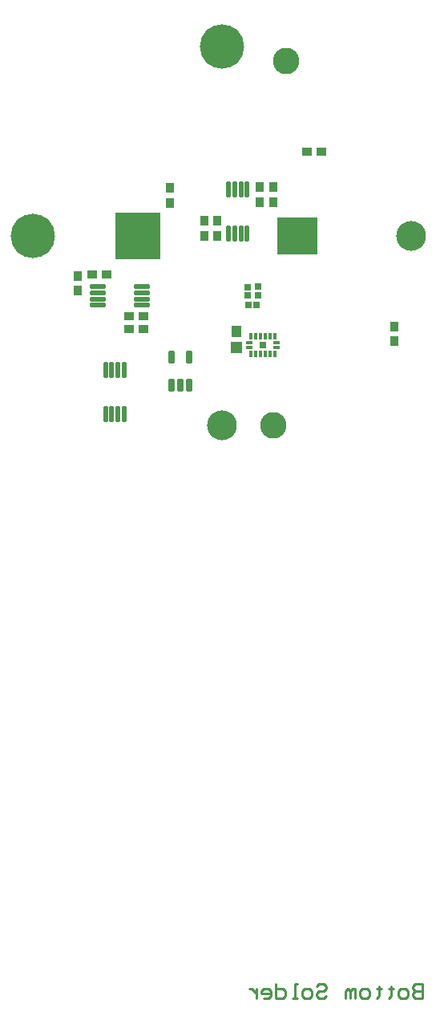
<source format=gbs>
G04*
G04 #@! TF.GenerationSoftware,Altium Limited,Altium Designer,19.0.10 (269)*
G04*
G04 Layer_Color=16711935*
%FSLAX25Y25*%
%MOIN*%
G70*
G01*
G75*
%ADD14C,0.01000*%
%ADD25R,0.03400X0.04400*%
%ADD26R,0.04400X0.03400*%
G04:AMPARAMS|DCode=29|XSize=29.59mil|YSize=51.24mil|CornerRadius=3.92mil|HoleSize=0mil|Usage=FLASHONLY|Rotation=180.000|XOffset=0mil|YOffset=0mil|HoleType=Round|Shape=RoundedRectangle|*
%AMROUNDEDRECTD29*
21,1,0.02959,0.04341,0,0,180.0*
21,1,0.02175,0.05124,0,0,180.0*
1,1,0.00784,-0.01088,0.02170*
1,1,0.00784,0.01088,0.02170*
1,1,0.00784,0.01088,-0.02170*
1,1,0.00784,-0.01088,-0.02170*
%
%ADD29ROUNDEDRECTD29*%
%ADD30R,0.02894X0.02794*%
%ADD33C,0.11000*%
%ADD34C,0.06400*%
%ADD35C,0.12400*%
%ADD36C,0.18400*%
%ADD63R,0.18500X0.19200*%
%ADD64R,0.16700X0.15500*%
%ADD65R,0.02795X0.02894*%
%ADD66R,0.01384X0.03156*%
%ADD67R,0.03156X0.01384*%
%ADD68R,0.02762X0.02762*%
G04:AMPARAMS|DCode=69|XSize=21.72mil|YSize=65.02mil|CornerRadius=3.95mil|HoleSize=0mil|Usage=FLASHONLY|Rotation=0.000|XOffset=0mil|YOffset=0mil|HoleType=Round|Shape=RoundedRectangle|*
%AMROUNDEDRECTD69*
21,1,0.02172,0.05713,0,0,0.0*
21,1,0.01382,0.06502,0,0,0.0*
1,1,0.00790,0.00691,-0.02856*
1,1,0.00790,-0.00691,-0.02856*
1,1,0.00790,-0.00691,0.02856*
1,1,0.00790,0.00691,0.02856*
%
%ADD69ROUNDEDRECTD69*%
%ADD70R,0.04337X0.04731*%
%ADD71R,0.04737X0.05131*%
G04:AMPARAMS|DCode=72|XSize=21.72mil|YSize=65.02mil|CornerRadius=3.95mil|HoleSize=0mil|Usage=FLASHONLY|Rotation=90.000|XOffset=0mil|YOffset=0mil|HoleType=Round|Shape=RoundedRectangle|*
%AMROUNDEDRECTD72*
21,1,0.02172,0.05713,0,0,90.0*
21,1,0.01382,0.06502,0,0,90.0*
1,1,0.00790,0.02856,0.00691*
1,1,0.00790,0.02856,-0.00691*
1,1,0.00790,-0.02856,-0.00691*
1,1,0.00790,-0.02856,0.00691*
%
%ADD72ROUNDEDRECTD72*%
G36*
X-41146Y6753D02*
D01*
D02*
G37*
D14*
X83300Y-310802D02*
Y-316800D01*
X80301D01*
X79301Y-315800D01*
Y-314801D01*
X80301Y-313801D01*
X83300D01*
X80301D01*
X79301Y-312801D01*
Y-311802D01*
X80301Y-310802D01*
X83300D01*
X76302Y-316800D02*
X74303D01*
X73303Y-315800D01*
Y-313801D01*
X74303Y-312801D01*
X76302D01*
X77302Y-313801D01*
Y-315800D01*
X76302Y-316800D01*
X70304Y-311802D02*
Y-312801D01*
X71304D01*
X69305D01*
X70304D01*
Y-315800D01*
X69305Y-316800D01*
X65306Y-311802D02*
Y-312801D01*
X66306D01*
X64306D01*
X65306D01*
Y-315800D01*
X64306Y-316800D01*
X60307D02*
X58308D01*
X57308Y-315800D01*
Y-313801D01*
X58308Y-312801D01*
X60307D01*
X61307Y-313801D01*
Y-315800D01*
X60307Y-316800D01*
X55309D02*
Y-312801D01*
X54309D01*
X53310Y-313801D01*
Y-316800D01*
Y-313801D01*
X52310Y-312801D01*
X51310Y-313801D01*
Y-316800D01*
X39314Y-311802D02*
X40314Y-310802D01*
X42313D01*
X43313Y-311802D01*
Y-312801D01*
X42313Y-313801D01*
X40314D01*
X39314Y-314801D01*
Y-315800D01*
X40314Y-316800D01*
X42313D01*
X43313Y-315800D01*
X36315Y-316800D02*
X34316D01*
X33316Y-315800D01*
Y-313801D01*
X34316Y-312801D01*
X36315D01*
X37315Y-313801D01*
Y-315800D01*
X36315Y-316800D01*
X31317D02*
X29318D01*
X30317D01*
Y-310802D01*
X31317D01*
X22320D02*
Y-316800D01*
X25319D01*
X26318Y-315800D01*
Y-313801D01*
X25319Y-312801D01*
X22320D01*
X17321Y-316800D02*
X19321D01*
X20320Y-315800D01*
Y-313801D01*
X19321Y-312801D01*
X17321D01*
X16322Y-313801D01*
Y-314801D01*
X20320D01*
X14322Y-312801D02*
Y-316800D01*
Y-314801D01*
X13323Y-313801D01*
X12323Y-312801D01*
X11323D01*
D25*
X71800Y-37802D02*
D03*
Y-43900D02*
D03*
X-21646Y19851D02*
D03*
Y13654D02*
D03*
X15725Y14051D02*
D03*
Y20150D02*
D03*
X-1975Y51D02*
D03*
Y6150D02*
D03*
X-60002Y-22803D02*
D03*
Y-16705D02*
D03*
X21400Y14000D02*
D03*
Y20098D02*
D03*
X-7175Y51D02*
D03*
Y6150D02*
D03*
D26*
X35402Y34953D02*
D03*
X41598D02*
D03*
X-53900Y-16003D02*
D03*
X-47802D02*
D03*
X-32602Y-33503D02*
D03*
X-38700D02*
D03*
X-32602Y-38803D02*
D03*
X-38700D02*
D03*
D29*
X-13412Y-50580D02*
D03*
X-20892D02*
D03*
Y-62194D02*
D03*
X-17152D02*
D03*
X-13412D02*
D03*
D30*
X14584Y-28716D02*
D03*
X10978D02*
D03*
D33*
X21400Y-78800D02*
D03*
X26800Y72700D02*
D03*
D34*
X31500Y0D02*
D03*
X-35400D02*
D03*
D35*
X0Y-78700D02*
D03*
X78700Y0D02*
D03*
D36*
X-78700D02*
D03*
X0Y78700D02*
D03*
D63*
X-34950Y0D02*
D03*
D64*
X31450Y-150D02*
D03*
D65*
X15100Y-21197D02*
D03*
Y-24803D02*
D03*
X10920Y-21297D02*
D03*
Y-24903D02*
D03*
D66*
X12163Y-41776D02*
D03*
X14131D02*
D03*
X16100D02*
D03*
X18068D02*
D03*
X20037D02*
D03*
X22005D02*
D03*
Y-49256D02*
D03*
X20037D02*
D03*
X18068D02*
D03*
X16100D02*
D03*
X14131D02*
D03*
X12163D02*
D03*
D67*
X22793Y-44532D02*
D03*
Y-46500D02*
D03*
X11376D02*
D03*
Y-44532D02*
D03*
D68*
X17084Y-45516D02*
D03*
D69*
X10563Y998D02*
D03*
X8004D02*
D03*
X5445D02*
D03*
X2886D02*
D03*
X10563Y19305D02*
D03*
X8004D02*
D03*
X5445D02*
D03*
X2886D02*
D03*
X-48302Y-55728D02*
D03*
X-45743D02*
D03*
X-43184D02*
D03*
X-40625D02*
D03*
X-48302Y-74035D02*
D03*
X-45743D02*
D03*
X-43184D02*
D03*
X-40625D02*
D03*
D70*
X6184Y-39716D02*
D03*
D71*
Y-46409D02*
D03*
D72*
X-51454Y-28839D02*
D03*
Y-26280D02*
D03*
Y-23720D02*
D03*
Y-21161D02*
D03*
X-33147Y-28839D02*
D03*
Y-26280D02*
D03*
Y-23720D02*
D03*
Y-21161D02*
D03*
M02*

</source>
